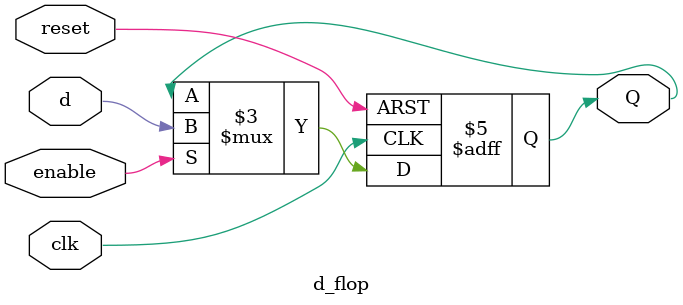
<source format=sv>
module d_flop(clk, d, reset, enable, Q);
    input reset, enable, clk, d;
    output reg Q;

    always@(negedge clk or posedge reset) begin
        if(reset) begin
            Q <= 1'b0;
        end else if(enable) begin
            Q = d;
        end
    end
endmodule

</source>
